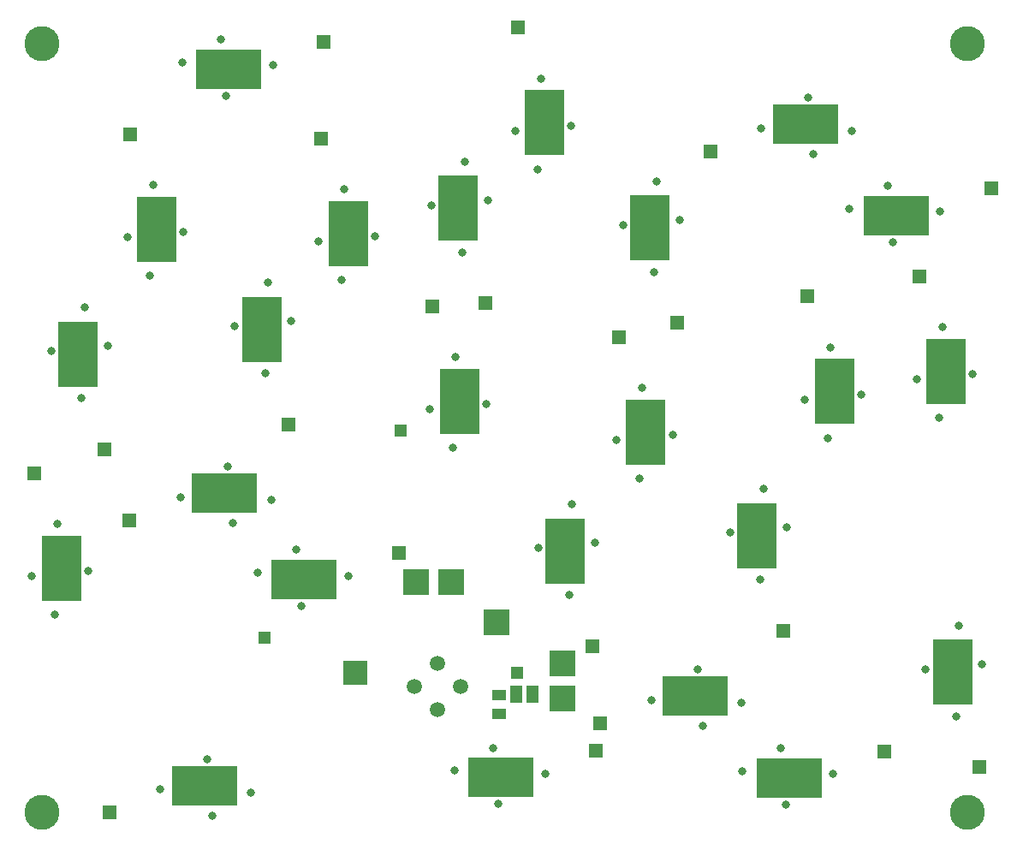
<source format=gts>
G75*
%MOIN*%
%OFA0B0*%
%FSLAX25Y25*%
%IPPOS*%
%LPD*%
%AMOC8*
5,1,8,0,0,1.08239X$1,22.5*
%
%ADD10C,0.13635*%
%ADD11R,0.05524X0.03950*%
%ADD12C,0.05950*%
%ADD13R,0.15800X0.25800*%
%ADD14R,0.05792X0.05792*%
%ADD15C,0.03162*%
%ADD16R,0.25800X0.15800*%
%ADD17R,0.04737X0.06509*%
%ADD18R,0.04762X0.04762*%
%ADD19R,0.10249X0.10249*%
%ADD20R,0.09658X0.09658*%
D10*
X0047548Y0054595D03*
X0047548Y0353808D03*
X0407784Y0353808D03*
X0407784Y0054595D03*
D11*
X0225580Y0092981D03*
X0225580Y0100068D03*
D12*
X0210674Y0103650D03*
X0201643Y0094623D03*
X0192611Y0103650D03*
X0201643Y0112678D03*
D13*
X0251339Y0156320D03*
X0282733Y0202713D03*
X0325867Y0162383D03*
X0356119Y0218461D03*
X0399702Y0226335D03*
X0284253Y0282068D03*
X0243363Y0323107D03*
X0209646Y0289863D03*
X0166828Y0279957D03*
X0133111Y0242619D03*
X0092339Y0281690D03*
X0061536Y0233013D03*
X0055213Y0149721D03*
X0210174Y0214682D03*
X0402087Y0109154D03*
D14*
X0375461Y0078375D03*
X0412587Y0072154D03*
X0336367Y0125383D03*
X0261839Y0119320D03*
X0264910Y0089320D03*
X0263257Y0078650D03*
X0186643Y0155698D03*
X0143611Y0205619D03*
X0081682Y0168335D03*
X0072036Y0196013D03*
X0044713Y0186721D03*
X0073887Y0054438D03*
X0272233Y0239713D03*
X0294753Y0245068D03*
X0345619Y0255461D03*
X0389202Y0263335D03*
X0417115Y0297430D03*
X0307902Y0312036D03*
X0232863Y0360107D03*
X0157351Y0354517D03*
X0156328Y0316957D03*
X0081839Y0318690D03*
X0199674Y0251682D03*
X0220146Y0252863D03*
D15*
X0208650Y0231839D03*
X0220540Y0213572D03*
X0207548Y0196564D03*
X0198611Y0211524D03*
X0144674Y0245776D03*
X0135737Y0260737D03*
X0122745Y0243729D03*
X0134635Y0225461D03*
X0164202Y0261839D03*
X0155265Y0276800D03*
X0177194Y0278847D03*
X0199280Y0290973D03*
X0212272Y0307981D03*
X0221209Y0293020D03*
X0211170Y0272706D03*
X0240737Y0304989D03*
X0231800Y0319950D03*
X0253729Y0321997D03*
X0241839Y0340265D03*
X0286879Y0300186D03*
X0295816Y0285225D03*
X0273887Y0283178D03*
X0285776Y0264910D03*
X0281209Y0219871D03*
X0293099Y0201603D03*
X0280107Y0184595D03*
X0271170Y0199556D03*
X0253965Y0174438D03*
X0262902Y0159477D03*
X0240973Y0157430D03*
X0252863Y0139162D03*
X0284753Y0098296D03*
X0303020Y0110186D03*
X0320028Y0097194D03*
X0305068Y0088257D03*
X0320343Y0070501D03*
X0335304Y0079438D03*
X0337351Y0057509D03*
X0355619Y0069398D03*
X0403611Y0091997D03*
X0391721Y0110265D03*
X0404713Y0127272D03*
X0413650Y0112312D03*
X0337430Y0165540D03*
X0328493Y0180501D03*
X0315501Y0163493D03*
X0327391Y0145225D03*
X0353493Y0200343D03*
X0344556Y0215304D03*
X0366485Y0217351D03*
X0354595Y0235619D03*
X0388139Y0223178D03*
X0397076Y0208217D03*
X0410068Y0225225D03*
X0398178Y0243493D03*
X0379005Y0276564D03*
X0361997Y0289556D03*
X0376957Y0298493D03*
X0397272Y0288454D03*
X0363020Y0319910D03*
X0348060Y0310973D03*
X0327745Y0321013D03*
X0346013Y0332902D03*
X0165304Y0297115D03*
X0119241Y0333650D03*
X0102233Y0346643D03*
X0117194Y0355580D03*
X0137509Y0345540D03*
X0090816Y0298847D03*
X0102706Y0280580D03*
X0089713Y0263572D03*
X0080776Y0278532D03*
X0064162Y0251131D03*
X0073099Y0236170D03*
X0051170Y0234123D03*
X0063060Y0215855D03*
X0101524Y0177312D03*
X0119792Y0189202D03*
X0136800Y0176209D03*
X0121839Y0167272D03*
X0131524Y0147824D03*
X0146485Y0156761D03*
X0166800Y0146721D03*
X0148532Y0134831D03*
X0111997Y0075304D03*
X0129005Y0062312D03*
X0114044Y0053375D03*
X0093729Y0063414D03*
X0052587Y0131603D03*
X0043650Y0146564D03*
X0065580Y0148611D03*
X0053690Y0166879D03*
X0208139Y0070776D03*
X0223099Y0079713D03*
X0243414Y0069674D03*
X0225146Y0057784D03*
D16*
X0226257Y0068150D03*
X0301910Y0099820D03*
X0338461Y0067875D03*
X0149643Y0145198D03*
X0118682Y0178835D03*
X0110887Y0064938D03*
X0380115Y0286930D03*
X0344902Y0322536D03*
X0120351Y0344017D03*
D17*
X0232154Y0100658D03*
X0238611Y0100658D03*
D18*
X0232587Y0108729D03*
X0134162Y0122509D03*
X0187312Y0203217D03*
D19*
X0193217Y0144162D03*
X0206997Y0144162D03*
X0224713Y0128414D03*
X0250304Y0112666D03*
X0250304Y0098887D03*
D20*
X0169595Y0108729D03*
M02*

</source>
